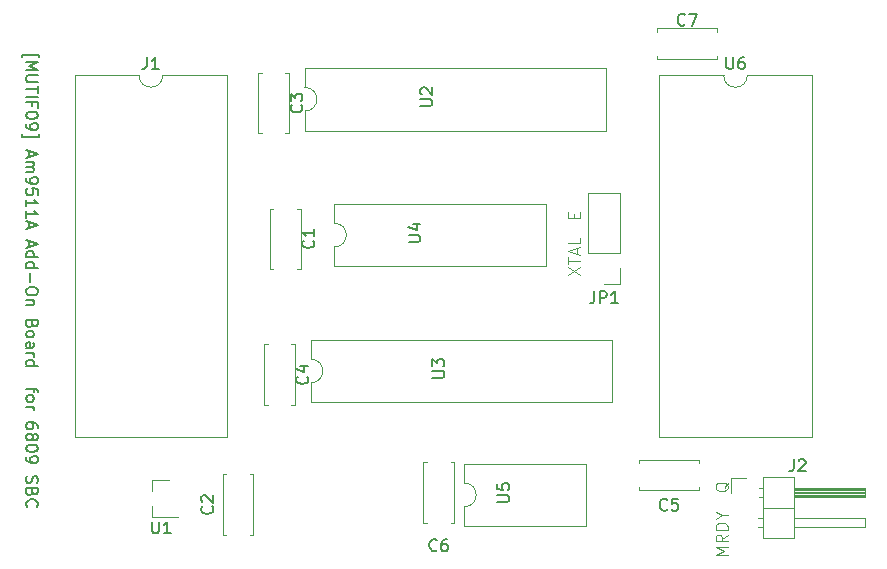
<source format=gto>
G04 #@! TF.FileFunction,Legend,Top*
%FSLAX46Y46*%
G04 Gerber Fmt 4.6, Leading zero omitted, Abs format (unit mm)*
G04 Created by KiCad (PCBNEW 4.0.7) date 09/03/18 17:01:03*
%MOMM*%
%LPD*%
G01*
G04 APERTURE LIST*
%ADD10C,0.100000*%
%ADD11C,0.150000*%
%ADD12C,0.120000*%
G04 APERTURE END LIST*
D10*
X110452381Y-76261905D02*
X109452381Y-76261905D01*
X110166667Y-75928571D01*
X109452381Y-75595238D01*
X110452381Y-75595238D01*
X110452381Y-74547619D02*
X109976190Y-74880953D01*
X110452381Y-75119048D02*
X109452381Y-75119048D01*
X109452381Y-74738095D01*
X109500000Y-74642857D01*
X109547619Y-74595238D01*
X109642857Y-74547619D01*
X109785714Y-74547619D01*
X109880952Y-74595238D01*
X109928571Y-74642857D01*
X109976190Y-74738095D01*
X109976190Y-75119048D01*
X110452381Y-74119048D02*
X109452381Y-74119048D01*
X109452381Y-73880953D01*
X109500000Y-73738095D01*
X109595238Y-73642857D01*
X109690476Y-73595238D01*
X109880952Y-73547619D01*
X110023810Y-73547619D01*
X110214286Y-73595238D01*
X110309524Y-73642857D01*
X110404762Y-73738095D01*
X110452381Y-73880953D01*
X110452381Y-74119048D01*
X109976190Y-72928572D02*
X110452381Y-72928572D01*
X109452381Y-73261905D02*
X109976190Y-72928572D01*
X109452381Y-72595238D01*
X110547619Y-70119047D02*
X110500000Y-70214285D01*
X110404762Y-70309523D01*
X110261905Y-70452380D01*
X110214286Y-70547619D01*
X110214286Y-70642857D01*
X110452381Y-70595238D02*
X110404762Y-70690476D01*
X110309524Y-70785714D01*
X110119048Y-70833333D01*
X109785714Y-70833333D01*
X109595238Y-70785714D01*
X109500000Y-70690476D01*
X109452381Y-70595238D01*
X109452381Y-70404761D01*
X109500000Y-70309523D01*
X109595238Y-70214285D01*
X109785714Y-70166666D01*
X110119048Y-70166666D01*
X110309524Y-70214285D01*
X110404762Y-70309523D01*
X110452381Y-70404761D01*
X110452381Y-70595238D01*
D11*
X50714286Y-34142856D02*
X50714286Y-33904760D01*
X52142857Y-33904760D01*
X52142857Y-34142856D01*
X51047619Y-34523808D02*
X52047619Y-34523808D01*
X51333333Y-34857142D01*
X52047619Y-35190475D01*
X51047619Y-35190475D01*
X52047619Y-35666665D02*
X51238095Y-35666665D01*
X51142857Y-35714284D01*
X51095238Y-35761903D01*
X51047619Y-35857141D01*
X51047619Y-36047618D01*
X51095238Y-36142856D01*
X51142857Y-36190475D01*
X51238095Y-36238094D01*
X52047619Y-36238094D01*
X52047619Y-36571427D02*
X52047619Y-37142856D01*
X51047619Y-36857141D02*
X52047619Y-36857141D01*
X51047619Y-37476189D02*
X52047619Y-37476189D01*
X51571429Y-38285713D02*
X51571429Y-37952379D01*
X51047619Y-37952379D02*
X52047619Y-37952379D01*
X52047619Y-38428570D01*
X52047619Y-38999998D02*
X52047619Y-39095237D01*
X52000000Y-39190475D01*
X51952381Y-39238094D01*
X51857143Y-39285713D01*
X51666667Y-39333332D01*
X51428571Y-39333332D01*
X51238095Y-39285713D01*
X51142857Y-39238094D01*
X51095238Y-39190475D01*
X51047619Y-39095237D01*
X51047619Y-38999998D01*
X51095238Y-38904760D01*
X51142857Y-38857141D01*
X51238095Y-38809522D01*
X51428571Y-38761903D01*
X51666667Y-38761903D01*
X51857143Y-38809522D01*
X51952381Y-38857141D01*
X52000000Y-38904760D01*
X52047619Y-38999998D01*
X51047619Y-39809522D02*
X51047619Y-39999998D01*
X51095238Y-40095237D01*
X51142857Y-40142856D01*
X51285714Y-40238094D01*
X51476190Y-40285713D01*
X51857143Y-40285713D01*
X51952381Y-40238094D01*
X52000000Y-40190475D01*
X52047619Y-40095237D01*
X52047619Y-39904760D01*
X52000000Y-39809522D01*
X51952381Y-39761903D01*
X51857143Y-39714284D01*
X51619048Y-39714284D01*
X51523810Y-39761903D01*
X51476190Y-39809522D01*
X51428571Y-39904760D01*
X51428571Y-40095237D01*
X51476190Y-40190475D01*
X51523810Y-40238094D01*
X51619048Y-40285713D01*
X50714286Y-40619046D02*
X50714286Y-40857141D01*
X52142857Y-40857141D01*
X52142857Y-40619046D01*
X51333333Y-42095237D02*
X51333333Y-42571428D01*
X51047619Y-41999999D02*
X52047619Y-42333332D01*
X51047619Y-42666666D01*
X51047619Y-42999999D02*
X51714286Y-42999999D01*
X51619048Y-42999999D02*
X51666667Y-43047618D01*
X51714286Y-43142856D01*
X51714286Y-43285714D01*
X51666667Y-43380952D01*
X51571429Y-43428571D01*
X51047619Y-43428571D01*
X51571429Y-43428571D02*
X51666667Y-43476190D01*
X51714286Y-43571428D01*
X51714286Y-43714285D01*
X51666667Y-43809523D01*
X51571429Y-43857142D01*
X51047619Y-43857142D01*
X51047619Y-44380951D02*
X51047619Y-44571427D01*
X51095238Y-44666666D01*
X51142857Y-44714285D01*
X51285714Y-44809523D01*
X51476190Y-44857142D01*
X51857143Y-44857142D01*
X51952381Y-44809523D01*
X52000000Y-44761904D01*
X52047619Y-44666666D01*
X52047619Y-44476189D01*
X52000000Y-44380951D01*
X51952381Y-44333332D01*
X51857143Y-44285713D01*
X51619048Y-44285713D01*
X51523810Y-44333332D01*
X51476190Y-44380951D01*
X51428571Y-44476189D01*
X51428571Y-44666666D01*
X51476190Y-44761904D01*
X51523810Y-44809523D01*
X51619048Y-44857142D01*
X52047619Y-45761904D02*
X52047619Y-45285713D01*
X51571429Y-45238094D01*
X51619048Y-45285713D01*
X51666667Y-45380951D01*
X51666667Y-45619047D01*
X51619048Y-45714285D01*
X51571429Y-45761904D01*
X51476190Y-45809523D01*
X51238095Y-45809523D01*
X51142857Y-45761904D01*
X51095238Y-45714285D01*
X51047619Y-45619047D01*
X51047619Y-45380951D01*
X51095238Y-45285713D01*
X51142857Y-45238094D01*
X51047619Y-46761904D02*
X51047619Y-46190475D01*
X51047619Y-46476189D02*
X52047619Y-46476189D01*
X51904762Y-46380951D01*
X51809524Y-46285713D01*
X51761905Y-46190475D01*
X51047619Y-47714285D02*
X51047619Y-47142856D01*
X51047619Y-47428570D02*
X52047619Y-47428570D01*
X51904762Y-47333332D01*
X51809524Y-47238094D01*
X51761905Y-47142856D01*
X51333333Y-48095237D02*
X51333333Y-48571428D01*
X51047619Y-47999999D02*
X52047619Y-48333332D01*
X51047619Y-48666666D01*
X51333333Y-49714285D02*
X51333333Y-50190476D01*
X51047619Y-49619047D02*
X52047619Y-49952380D01*
X51047619Y-50285714D01*
X51047619Y-51047619D02*
X52047619Y-51047619D01*
X51095238Y-51047619D02*
X51047619Y-50952381D01*
X51047619Y-50761904D01*
X51095238Y-50666666D01*
X51142857Y-50619047D01*
X51238095Y-50571428D01*
X51523810Y-50571428D01*
X51619048Y-50619047D01*
X51666667Y-50666666D01*
X51714286Y-50761904D01*
X51714286Y-50952381D01*
X51666667Y-51047619D01*
X51047619Y-51952381D02*
X52047619Y-51952381D01*
X51095238Y-51952381D02*
X51047619Y-51857143D01*
X51047619Y-51666666D01*
X51095238Y-51571428D01*
X51142857Y-51523809D01*
X51238095Y-51476190D01*
X51523810Y-51476190D01*
X51619048Y-51523809D01*
X51666667Y-51571428D01*
X51714286Y-51666666D01*
X51714286Y-51857143D01*
X51666667Y-51952381D01*
X51428571Y-52428571D02*
X51428571Y-53190476D01*
X52047619Y-53857142D02*
X52047619Y-54047619D01*
X52000000Y-54142857D01*
X51904762Y-54238095D01*
X51714286Y-54285714D01*
X51380952Y-54285714D01*
X51190476Y-54238095D01*
X51095238Y-54142857D01*
X51047619Y-54047619D01*
X51047619Y-53857142D01*
X51095238Y-53761904D01*
X51190476Y-53666666D01*
X51380952Y-53619047D01*
X51714286Y-53619047D01*
X51904762Y-53666666D01*
X52000000Y-53761904D01*
X52047619Y-53857142D01*
X51714286Y-54714285D02*
X51047619Y-54714285D01*
X51619048Y-54714285D02*
X51666667Y-54761904D01*
X51714286Y-54857142D01*
X51714286Y-55000000D01*
X51666667Y-55095238D01*
X51571429Y-55142857D01*
X51047619Y-55142857D01*
X51571429Y-56714286D02*
X51523810Y-56857143D01*
X51476190Y-56904762D01*
X51380952Y-56952381D01*
X51238095Y-56952381D01*
X51142857Y-56904762D01*
X51095238Y-56857143D01*
X51047619Y-56761905D01*
X51047619Y-56380952D01*
X52047619Y-56380952D01*
X52047619Y-56714286D01*
X52000000Y-56809524D01*
X51952381Y-56857143D01*
X51857143Y-56904762D01*
X51761905Y-56904762D01*
X51666667Y-56857143D01*
X51619048Y-56809524D01*
X51571429Y-56714286D01*
X51571429Y-56380952D01*
X51047619Y-57523809D02*
X51095238Y-57428571D01*
X51142857Y-57380952D01*
X51238095Y-57333333D01*
X51523810Y-57333333D01*
X51619048Y-57380952D01*
X51666667Y-57428571D01*
X51714286Y-57523809D01*
X51714286Y-57666667D01*
X51666667Y-57761905D01*
X51619048Y-57809524D01*
X51523810Y-57857143D01*
X51238095Y-57857143D01*
X51142857Y-57809524D01*
X51095238Y-57761905D01*
X51047619Y-57666667D01*
X51047619Y-57523809D01*
X51047619Y-58714286D02*
X51571429Y-58714286D01*
X51666667Y-58666667D01*
X51714286Y-58571429D01*
X51714286Y-58380952D01*
X51666667Y-58285714D01*
X51095238Y-58714286D02*
X51047619Y-58619048D01*
X51047619Y-58380952D01*
X51095238Y-58285714D01*
X51190476Y-58238095D01*
X51285714Y-58238095D01*
X51380952Y-58285714D01*
X51428571Y-58380952D01*
X51428571Y-58619048D01*
X51476190Y-58714286D01*
X51047619Y-59190476D02*
X51714286Y-59190476D01*
X51523810Y-59190476D02*
X51619048Y-59238095D01*
X51666667Y-59285714D01*
X51714286Y-59380952D01*
X51714286Y-59476191D01*
X51047619Y-60238096D02*
X52047619Y-60238096D01*
X51095238Y-60238096D02*
X51047619Y-60142858D01*
X51047619Y-59952381D01*
X51095238Y-59857143D01*
X51142857Y-59809524D01*
X51238095Y-59761905D01*
X51523810Y-59761905D01*
X51619048Y-59809524D01*
X51666667Y-59857143D01*
X51714286Y-59952381D01*
X51714286Y-60142858D01*
X51666667Y-60238096D01*
X51714286Y-62095239D02*
X51714286Y-62476191D01*
X51047619Y-62238096D02*
X51904762Y-62238096D01*
X52000000Y-62285715D01*
X52047619Y-62380953D01*
X52047619Y-62476191D01*
X51047619Y-62952382D02*
X51095238Y-62857144D01*
X51142857Y-62809525D01*
X51238095Y-62761906D01*
X51523810Y-62761906D01*
X51619048Y-62809525D01*
X51666667Y-62857144D01*
X51714286Y-62952382D01*
X51714286Y-63095240D01*
X51666667Y-63190478D01*
X51619048Y-63238097D01*
X51523810Y-63285716D01*
X51238095Y-63285716D01*
X51142857Y-63238097D01*
X51095238Y-63190478D01*
X51047619Y-63095240D01*
X51047619Y-62952382D01*
X51047619Y-63714287D02*
X51714286Y-63714287D01*
X51523810Y-63714287D02*
X51619048Y-63761906D01*
X51666667Y-63809525D01*
X51714286Y-63904763D01*
X51714286Y-64000002D01*
X52047619Y-65523812D02*
X52047619Y-65333335D01*
X52000000Y-65238097D01*
X51952381Y-65190478D01*
X51809524Y-65095240D01*
X51619048Y-65047621D01*
X51238095Y-65047621D01*
X51142857Y-65095240D01*
X51095238Y-65142859D01*
X51047619Y-65238097D01*
X51047619Y-65428574D01*
X51095238Y-65523812D01*
X51142857Y-65571431D01*
X51238095Y-65619050D01*
X51476190Y-65619050D01*
X51571429Y-65571431D01*
X51619048Y-65523812D01*
X51666667Y-65428574D01*
X51666667Y-65238097D01*
X51619048Y-65142859D01*
X51571429Y-65095240D01*
X51476190Y-65047621D01*
X51619048Y-66190478D02*
X51666667Y-66095240D01*
X51714286Y-66047621D01*
X51809524Y-66000002D01*
X51857143Y-66000002D01*
X51952381Y-66047621D01*
X52000000Y-66095240D01*
X52047619Y-66190478D01*
X52047619Y-66380955D01*
X52000000Y-66476193D01*
X51952381Y-66523812D01*
X51857143Y-66571431D01*
X51809524Y-66571431D01*
X51714286Y-66523812D01*
X51666667Y-66476193D01*
X51619048Y-66380955D01*
X51619048Y-66190478D01*
X51571429Y-66095240D01*
X51523810Y-66047621D01*
X51428571Y-66000002D01*
X51238095Y-66000002D01*
X51142857Y-66047621D01*
X51095238Y-66095240D01*
X51047619Y-66190478D01*
X51047619Y-66380955D01*
X51095238Y-66476193D01*
X51142857Y-66523812D01*
X51238095Y-66571431D01*
X51428571Y-66571431D01*
X51523810Y-66523812D01*
X51571429Y-66476193D01*
X51619048Y-66380955D01*
X52047619Y-67190478D02*
X52047619Y-67285717D01*
X52000000Y-67380955D01*
X51952381Y-67428574D01*
X51857143Y-67476193D01*
X51666667Y-67523812D01*
X51428571Y-67523812D01*
X51238095Y-67476193D01*
X51142857Y-67428574D01*
X51095238Y-67380955D01*
X51047619Y-67285717D01*
X51047619Y-67190478D01*
X51095238Y-67095240D01*
X51142857Y-67047621D01*
X51238095Y-67000002D01*
X51428571Y-66952383D01*
X51666667Y-66952383D01*
X51857143Y-67000002D01*
X51952381Y-67047621D01*
X52000000Y-67095240D01*
X52047619Y-67190478D01*
X51047619Y-68000002D02*
X51047619Y-68190478D01*
X51095238Y-68285717D01*
X51142857Y-68333336D01*
X51285714Y-68428574D01*
X51476190Y-68476193D01*
X51857143Y-68476193D01*
X51952381Y-68428574D01*
X52000000Y-68380955D01*
X52047619Y-68285717D01*
X52047619Y-68095240D01*
X52000000Y-68000002D01*
X51952381Y-67952383D01*
X51857143Y-67904764D01*
X51619048Y-67904764D01*
X51523810Y-67952383D01*
X51476190Y-68000002D01*
X51428571Y-68095240D01*
X51428571Y-68285717D01*
X51476190Y-68380955D01*
X51523810Y-68428574D01*
X51619048Y-68476193D01*
X51095238Y-69619050D02*
X51047619Y-69761907D01*
X51047619Y-70000003D01*
X51095238Y-70095241D01*
X51142857Y-70142860D01*
X51238095Y-70190479D01*
X51333333Y-70190479D01*
X51428571Y-70142860D01*
X51476190Y-70095241D01*
X51523810Y-70000003D01*
X51571429Y-69809526D01*
X51619048Y-69714288D01*
X51666667Y-69666669D01*
X51761905Y-69619050D01*
X51857143Y-69619050D01*
X51952381Y-69666669D01*
X52000000Y-69714288D01*
X52047619Y-69809526D01*
X52047619Y-70047622D01*
X52000000Y-70190479D01*
X51571429Y-70952384D02*
X51523810Y-71095241D01*
X51476190Y-71142860D01*
X51380952Y-71190479D01*
X51238095Y-71190479D01*
X51142857Y-71142860D01*
X51095238Y-71095241D01*
X51047619Y-71000003D01*
X51047619Y-70619050D01*
X52047619Y-70619050D01*
X52047619Y-70952384D01*
X52000000Y-71047622D01*
X51952381Y-71095241D01*
X51857143Y-71142860D01*
X51761905Y-71142860D01*
X51666667Y-71095241D01*
X51619048Y-71047622D01*
X51571429Y-70952384D01*
X51571429Y-70619050D01*
X51142857Y-72190479D02*
X51095238Y-72142860D01*
X51047619Y-72000003D01*
X51047619Y-71904765D01*
X51095238Y-71761907D01*
X51190476Y-71666669D01*
X51285714Y-71619050D01*
X51476190Y-71571431D01*
X51619048Y-71571431D01*
X51809524Y-71619050D01*
X51904762Y-71666669D01*
X52000000Y-71761907D01*
X52047619Y-71904765D01*
X52047619Y-72000003D01*
X52000000Y-72142860D01*
X51952381Y-72190479D01*
D10*
X97428571Y-47714286D02*
X97428571Y-47380952D01*
X97952381Y-47238095D02*
X97952381Y-47714286D01*
X96952381Y-47714286D01*
X96952381Y-47238095D01*
X96952381Y-52547619D02*
X97952381Y-51880952D01*
X96952381Y-51880952D02*
X97952381Y-52547619D01*
X96952381Y-51642857D02*
X96952381Y-51071428D01*
X97952381Y-51357143D02*
X96952381Y-51357143D01*
X97666667Y-50785714D02*
X97666667Y-50309523D01*
X97952381Y-50880952D02*
X96952381Y-50547619D01*
X97952381Y-50214285D01*
X97952381Y-49404761D02*
X97952381Y-49880952D01*
X96952381Y-49880952D01*
D12*
X74310000Y-46940000D02*
X74310000Y-52060000D01*
X71690000Y-46940000D02*
X71690000Y-52060000D01*
X74310000Y-46940000D02*
X73996000Y-46940000D01*
X72004000Y-46940000D02*
X71690000Y-46940000D01*
X74310000Y-52060000D02*
X73996000Y-52060000D01*
X72004000Y-52060000D02*
X71690000Y-52060000D01*
X67690000Y-74560000D02*
X67690000Y-69440000D01*
X70310000Y-74560000D02*
X70310000Y-69440000D01*
X67690000Y-74560000D02*
X68004000Y-74560000D01*
X69996000Y-74560000D02*
X70310000Y-74560000D01*
X67690000Y-69440000D02*
X68004000Y-69440000D01*
X69996000Y-69440000D02*
X70310000Y-69440000D01*
X73310000Y-35440000D02*
X73310000Y-40560000D01*
X70690000Y-35440000D02*
X70690000Y-40560000D01*
X73310000Y-35440000D02*
X72996000Y-35440000D01*
X71004000Y-35440000D02*
X70690000Y-35440000D01*
X73310000Y-40560000D02*
X72996000Y-40560000D01*
X71004000Y-40560000D02*
X70690000Y-40560000D01*
X73810000Y-58440000D02*
X73810000Y-63560000D01*
X71190000Y-58440000D02*
X71190000Y-63560000D01*
X73810000Y-58440000D02*
X73496000Y-58440000D01*
X71504000Y-58440000D02*
X71190000Y-58440000D01*
X73810000Y-63560000D02*
X73496000Y-63560000D01*
X71504000Y-63560000D02*
X71190000Y-63560000D01*
X108060000Y-70810000D02*
X102940000Y-70810000D01*
X108060000Y-68190000D02*
X102940000Y-68190000D01*
X108060000Y-70810000D02*
X108060000Y-70496000D01*
X108060000Y-68504000D02*
X108060000Y-68190000D01*
X102940000Y-70810000D02*
X102940000Y-70496000D01*
X102940000Y-68504000D02*
X102940000Y-68190000D01*
X87310000Y-68440000D02*
X87310000Y-73560000D01*
X84690000Y-68440000D02*
X84690000Y-73560000D01*
X87310000Y-68440000D02*
X86996000Y-68440000D01*
X85004000Y-68440000D02*
X84690000Y-68440000D01*
X87310000Y-73560000D02*
X86996000Y-73560000D01*
X85004000Y-73560000D02*
X84690000Y-73560000D01*
X104440000Y-31690000D02*
X109560000Y-31690000D01*
X104440000Y-34310000D02*
X109560000Y-34310000D01*
X104440000Y-31690000D02*
X104440000Y-32004000D01*
X104440000Y-33996000D02*
X104440000Y-34310000D01*
X109560000Y-31690000D02*
X109560000Y-32004000D01*
X109560000Y-33996000D02*
X109560000Y-34310000D01*
X62620000Y-35670000D02*
G75*
G02X60620000Y-35670000I-1000000J0D01*
G01*
X60620000Y-35670000D02*
X55160000Y-35670000D01*
X55160000Y-35670000D02*
X55160000Y-66270000D01*
X55160000Y-66270000D02*
X68080000Y-66270000D01*
X68080000Y-66270000D02*
X68080000Y-35670000D01*
X68080000Y-35670000D02*
X62620000Y-35670000D01*
X113440000Y-69670000D02*
X113440000Y-74870000D01*
X113440000Y-74870000D02*
X116100000Y-74870000D01*
X116100000Y-74870000D02*
X116100000Y-69670000D01*
X116100000Y-69670000D02*
X113440000Y-69670000D01*
X116100000Y-70620000D02*
X122100000Y-70620000D01*
X122100000Y-70620000D02*
X122100000Y-71380000D01*
X122100000Y-71380000D02*
X116100000Y-71380000D01*
X116100000Y-70680000D02*
X122100000Y-70680000D01*
X116100000Y-70800000D02*
X122100000Y-70800000D01*
X116100000Y-70920000D02*
X122100000Y-70920000D01*
X116100000Y-71040000D02*
X122100000Y-71040000D01*
X116100000Y-71160000D02*
X122100000Y-71160000D01*
X116100000Y-71280000D02*
X122100000Y-71280000D01*
X113110000Y-70620000D02*
X113440000Y-70620000D01*
X113110000Y-71380000D02*
X113440000Y-71380000D01*
X113440000Y-72270000D02*
X116100000Y-72270000D01*
X116100000Y-73160000D02*
X122100000Y-73160000D01*
X122100000Y-73160000D02*
X122100000Y-73920000D01*
X122100000Y-73920000D02*
X116100000Y-73920000D01*
X113042929Y-73160000D02*
X113440000Y-73160000D01*
X113042929Y-73920000D02*
X113440000Y-73920000D01*
X110730000Y-71000000D02*
X110730000Y-69730000D01*
X110730000Y-69730000D02*
X112000000Y-69730000D01*
X101330000Y-45590000D02*
X98670000Y-45590000D01*
X101330000Y-50730000D02*
X101330000Y-45590000D01*
X98670000Y-50730000D02*
X98670000Y-45590000D01*
X101330000Y-50730000D02*
X98670000Y-50730000D01*
X101330000Y-52000000D02*
X101330000Y-53330000D01*
X101330000Y-53330000D02*
X100000000Y-53330000D01*
X61740000Y-69920000D02*
X61740000Y-70850000D01*
X61740000Y-73080000D02*
X61740000Y-72150000D01*
X61740000Y-73080000D02*
X63900000Y-73080000D01*
X61740000Y-69920000D02*
X63200000Y-69920000D01*
X74670000Y-36690000D02*
G75*
G02X74670000Y-38690000I0J-1000000D01*
G01*
X74670000Y-38690000D02*
X74670000Y-40340000D01*
X74670000Y-40340000D02*
X100190000Y-40340000D01*
X100190000Y-40340000D02*
X100190000Y-35040000D01*
X100190000Y-35040000D02*
X74670000Y-35040000D01*
X74670000Y-35040000D02*
X74670000Y-36690000D01*
X75170000Y-59690000D02*
G75*
G02X75170000Y-61690000I0J-1000000D01*
G01*
X75170000Y-61690000D02*
X75170000Y-63340000D01*
X75170000Y-63340000D02*
X100690000Y-63340000D01*
X100690000Y-63340000D02*
X100690000Y-58040000D01*
X100690000Y-58040000D02*
X75170000Y-58040000D01*
X75170000Y-58040000D02*
X75170000Y-59690000D01*
X77170000Y-48190000D02*
G75*
G02X77170000Y-50190000I0J-1000000D01*
G01*
X77170000Y-50190000D02*
X77170000Y-51840000D01*
X77170000Y-51840000D02*
X95070000Y-51840000D01*
X95070000Y-51840000D02*
X95070000Y-46540000D01*
X95070000Y-46540000D02*
X77170000Y-46540000D01*
X77170000Y-46540000D02*
X77170000Y-48190000D01*
X88170000Y-70190000D02*
G75*
G02X88170000Y-72190000I0J-1000000D01*
G01*
X88170000Y-72190000D02*
X88170000Y-73840000D01*
X88170000Y-73840000D02*
X98450000Y-73840000D01*
X98450000Y-73840000D02*
X98450000Y-68540000D01*
X98450000Y-68540000D02*
X88170000Y-68540000D01*
X88170000Y-68540000D02*
X88170000Y-70190000D01*
X112120000Y-35670000D02*
G75*
G02X110120000Y-35670000I-1000000J0D01*
G01*
X110120000Y-35670000D02*
X104660000Y-35670000D01*
X104660000Y-35670000D02*
X104660000Y-66270000D01*
X104660000Y-66270000D02*
X117580000Y-66270000D01*
X117580000Y-66270000D02*
X117580000Y-35670000D01*
X117580000Y-35670000D02*
X112120000Y-35670000D01*
D11*
X75357143Y-49666666D02*
X75404762Y-49714285D01*
X75452381Y-49857142D01*
X75452381Y-49952380D01*
X75404762Y-50095238D01*
X75309524Y-50190476D01*
X75214286Y-50238095D01*
X75023810Y-50285714D01*
X74880952Y-50285714D01*
X74690476Y-50238095D01*
X74595238Y-50190476D01*
X74500000Y-50095238D01*
X74452381Y-49952380D01*
X74452381Y-49857142D01*
X74500000Y-49714285D01*
X74547619Y-49666666D01*
X75452381Y-48714285D02*
X75452381Y-49285714D01*
X75452381Y-49000000D02*
X74452381Y-49000000D01*
X74595238Y-49095238D01*
X74690476Y-49190476D01*
X74738095Y-49285714D01*
X66797143Y-72166666D02*
X66844762Y-72214285D01*
X66892381Y-72357142D01*
X66892381Y-72452380D01*
X66844762Y-72595238D01*
X66749524Y-72690476D01*
X66654286Y-72738095D01*
X66463810Y-72785714D01*
X66320952Y-72785714D01*
X66130476Y-72738095D01*
X66035238Y-72690476D01*
X65940000Y-72595238D01*
X65892381Y-72452380D01*
X65892381Y-72357142D01*
X65940000Y-72214285D01*
X65987619Y-72166666D01*
X65987619Y-71785714D02*
X65940000Y-71738095D01*
X65892381Y-71642857D01*
X65892381Y-71404761D01*
X65940000Y-71309523D01*
X65987619Y-71261904D01*
X66082857Y-71214285D01*
X66178095Y-71214285D01*
X66320952Y-71261904D01*
X66892381Y-71833333D01*
X66892381Y-71214285D01*
X74357143Y-38166666D02*
X74404762Y-38214285D01*
X74452381Y-38357142D01*
X74452381Y-38452380D01*
X74404762Y-38595238D01*
X74309524Y-38690476D01*
X74214286Y-38738095D01*
X74023810Y-38785714D01*
X73880952Y-38785714D01*
X73690476Y-38738095D01*
X73595238Y-38690476D01*
X73500000Y-38595238D01*
X73452381Y-38452380D01*
X73452381Y-38357142D01*
X73500000Y-38214285D01*
X73547619Y-38166666D01*
X73452381Y-37833333D02*
X73452381Y-37214285D01*
X73833333Y-37547619D01*
X73833333Y-37404761D01*
X73880952Y-37309523D01*
X73928571Y-37261904D01*
X74023810Y-37214285D01*
X74261905Y-37214285D01*
X74357143Y-37261904D01*
X74404762Y-37309523D01*
X74452381Y-37404761D01*
X74452381Y-37690476D01*
X74404762Y-37785714D01*
X74357143Y-37833333D01*
X74857143Y-61166666D02*
X74904762Y-61214285D01*
X74952381Y-61357142D01*
X74952381Y-61452380D01*
X74904762Y-61595238D01*
X74809524Y-61690476D01*
X74714286Y-61738095D01*
X74523810Y-61785714D01*
X74380952Y-61785714D01*
X74190476Y-61738095D01*
X74095238Y-61690476D01*
X74000000Y-61595238D01*
X73952381Y-61452380D01*
X73952381Y-61357142D01*
X74000000Y-61214285D01*
X74047619Y-61166666D01*
X74285714Y-60309523D02*
X74952381Y-60309523D01*
X73904762Y-60547619D02*
X74619048Y-60785714D01*
X74619048Y-60166666D01*
X105333334Y-72417143D02*
X105285715Y-72464762D01*
X105142858Y-72512381D01*
X105047620Y-72512381D01*
X104904762Y-72464762D01*
X104809524Y-72369524D01*
X104761905Y-72274286D01*
X104714286Y-72083810D01*
X104714286Y-71940952D01*
X104761905Y-71750476D01*
X104809524Y-71655238D01*
X104904762Y-71560000D01*
X105047620Y-71512381D01*
X105142858Y-71512381D01*
X105285715Y-71560000D01*
X105333334Y-71607619D01*
X106238096Y-71512381D02*
X105761905Y-71512381D01*
X105714286Y-71988571D01*
X105761905Y-71940952D01*
X105857143Y-71893333D01*
X106095239Y-71893333D01*
X106190477Y-71940952D01*
X106238096Y-71988571D01*
X106285715Y-72083810D01*
X106285715Y-72321905D01*
X106238096Y-72417143D01*
X106190477Y-72464762D01*
X106095239Y-72512381D01*
X105857143Y-72512381D01*
X105761905Y-72464762D01*
X105714286Y-72417143D01*
X85833334Y-75857143D02*
X85785715Y-75904762D01*
X85642858Y-75952381D01*
X85547620Y-75952381D01*
X85404762Y-75904762D01*
X85309524Y-75809524D01*
X85261905Y-75714286D01*
X85214286Y-75523810D01*
X85214286Y-75380952D01*
X85261905Y-75190476D01*
X85309524Y-75095238D01*
X85404762Y-75000000D01*
X85547620Y-74952381D01*
X85642858Y-74952381D01*
X85785715Y-75000000D01*
X85833334Y-75047619D01*
X86690477Y-74952381D02*
X86500000Y-74952381D01*
X86404762Y-75000000D01*
X86357143Y-75047619D01*
X86261905Y-75190476D01*
X86214286Y-75380952D01*
X86214286Y-75761905D01*
X86261905Y-75857143D01*
X86309524Y-75904762D01*
X86404762Y-75952381D01*
X86595239Y-75952381D01*
X86690477Y-75904762D01*
X86738096Y-75857143D01*
X86785715Y-75761905D01*
X86785715Y-75523810D01*
X86738096Y-75428571D01*
X86690477Y-75380952D01*
X86595239Y-75333333D01*
X86404762Y-75333333D01*
X86309524Y-75380952D01*
X86261905Y-75428571D01*
X86214286Y-75523810D01*
X106833334Y-31357143D02*
X106785715Y-31404762D01*
X106642858Y-31452381D01*
X106547620Y-31452381D01*
X106404762Y-31404762D01*
X106309524Y-31309524D01*
X106261905Y-31214286D01*
X106214286Y-31023810D01*
X106214286Y-30880952D01*
X106261905Y-30690476D01*
X106309524Y-30595238D01*
X106404762Y-30500000D01*
X106547620Y-30452381D01*
X106642858Y-30452381D01*
X106785715Y-30500000D01*
X106833334Y-30547619D01*
X107166667Y-30452381D02*
X107833334Y-30452381D01*
X107404762Y-31452381D01*
X61286667Y-34122381D02*
X61286667Y-34836667D01*
X61239047Y-34979524D01*
X61143809Y-35074762D01*
X61000952Y-35122381D01*
X60905714Y-35122381D01*
X62286667Y-35122381D02*
X61715238Y-35122381D01*
X62000952Y-35122381D02*
X62000952Y-34122381D01*
X61905714Y-34265238D01*
X61810476Y-34360476D01*
X61715238Y-34408095D01*
X116051667Y-68182381D02*
X116051667Y-68896667D01*
X116004047Y-69039524D01*
X115908809Y-69134762D01*
X115765952Y-69182381D01*
X115670714Y-69182381D01*
X116480238Y-68277619D02*
X116527857Y-68230000D01*
X116623095Y-68182381D01*
X116861191Y-68182381D01*
X116956429Y-68230000D01*
X117004048Y-68277619D01*
X117051667Y-68372857D01*
X117051667Y-68468095D01*
X117004048Y-68610952D01*
X116432619Y-69182381D01*
X117051667Y-69182381D01*
X99166667Y-53952381D02*
X99166667Y-54666667D01*
X99119047Y-54809524D01*
X99023809Y-54904762D01*
X98880952Y-54952381D01*
X98785714Y-54952381D01*
X99642857Y-54952381D02*
X99642857Y-53952381D01*
X100023810Y-53952381D01*
X100119048Y-54000000D01*
X100166667Y-54047619D01*
X100214286Y-54142857D01*
X100214286Y-54285714D01*
X100166667Y-54380952D01*
X100119048Y-54428571D01*
X100023810Y-54476190D01*
X99642857Y-54476190D01*
X101166667Y-54952381D02*
X100595238Y-54952381D01*
X100880952Y-54952381D02*
X100880952Y-53952381D01*
X100785714Y-54095238D01*
X100690476Y-54190476D01*
X100595238Y-54238095D01*
X61738095Y-73452381D02*
X61738095Y-74261905D01*
X61785714Y-74357143D01*
X61833333Y-74404762D01*
X61928571Y-74452381D01*
X62119048Y-74452381D01*
X62214286Y-74404762D01*
X62261905Y-74357143D01*
X62309524Y-74261905D01*
X62309524Y-73452381D01*
X63309524Y-74452381D02*
X62738095Y-74452381D01*
X63023809Y-74452381D02*
X63023809Y-73452381D01*
X62928571Y-73595238D01*
X62833333Y-73690476D01*
X62738095Y-73738095D01*
X84452381Y-38261905D02*
X85261905Y-38261905D01*
X85357143Y-38214286D01*
X85404762Y-38166667D01*
X85452381Y-38071429D01*
X85452381Y-37880952D01*
X85404762Y-37785714D01*
X85357143Y-37738095D01*
X85261905Y-37690476D01*
X84452381Y-37690476D01*
X84547619Y-37261905D02*
X84500000Y-37214286D01*
X84452381Y-37119048D01*
X84452381Y-36880952D01*
X84500000Y-36785714D01*
X84547619Y-36738095D01*
X84642857Y-36690476D01*
X84738095Y-36690476D01*
X84880952Y-36738095D01*
X85452381Y-37309524D01*
X85452381Y-36690476D01*
X85452381Y-61261905D02*
X86261905Y-61261905D01*
X86357143Y-61214286D01*
X86404762Y-61166667D01*
X86452381Y-61071429D01*
X86452381Y-60880952D01*
X86404762Y-60785714D01*
X86357143Y-60738095D01*
X86261905Y-60690476D01*
X85452381Y-60690476D01*
X85452381Y-60309524D02*
X85452381Y-59690476D01*
X85833333Y-60023810D01*
X85833333Y-59880952D01*
X85880952Y-59785714D01*
X85928571Y-59738095D01*
X86023810Y-59690476D01*
X86261905Y-59690476D01*
X86357143Y-59738095D01*
X86404762Y-59785714D01*
X86452381Y-59880952D01*
X86452381Y-60166667D01*
X86404762Y-60261905D01*
X86357143Y-60309524D01*
X83452381Y-49761905D02*
X84261905Y-49761905D01*
X84357143Y-49714286D01*
X84404762Y-49666667D01*
X84452381Y-49571429D01*
X84452381Y-49380952D01*
X84404762Y-49285714D01*
X84357143Y-49238095D01*
X84261905Y-49190476D01*
X83452381Y-49190476D01*
X83785714Y-48285714D02*
X84452381Y-48285714D01*
X83404762Y-48523810D02*
X84119048Y-48761905D01*
X84119048Y-48142857D01*
X90952381Y-71761905D02*
X91761905Y-71761905D01*
X91857143Y-71714286D01*
X91904762Y-71666667D01*
X91952381Y-71571429D01*
X91952381Y-71380952D01*
X91904762Y-71285714D01*
X91857143Y-71238095D01*
X91761905Y-71190476D01*
X90952381Y-71190476D01*
X90952381Y-70238095D02*
X90952381Y-70714286D01*
X91428571Y-70761905D01*
X91380952Y-70714286D01*
X91333333Y-70619048D01*
X91333333Y-70380952D01*
X91380952Y-70285714D01*
X91428571Y-70238095D01*
X91523810Y-70190476D01*
X91761905Y-70190476D01*
X91857143Y-70238095D01*
X91904762Y-70285714D01*
X91952381Y-70380952D01*
X91952381Y-70619048D01*
X91904762Y-70714286D01*
X91857143Y-70761905D01*
X110358095Y-34122381D02*
X110358095Y-34931905D01*
X110405714Y-35027143D01*
X110453333Y-35074762D01*
X110548571Y-35122381D01*
X110739048Y-35122381D01*
X110834286Y-35074762D01*
X110881905Y-35027143D01*
X110929524Y-34931905D01*
X110929524Y-34122381D01*
X111834286Y-34122381D02*
X111643809Y-34122381D01*
X111548571Y-34170000D01*
X111500952Y-34217619D01*
X111405714Y-34360476D01*
X111358095Y-34550952D01*
X111358095Y-34931905D01*
X111405714Y-35027143D01*
X111453333Y-35074762D01*
X111548571Y-35122381D01*
X111739048Y-35122381D01*
X111834286Y-35074762D01*
X111881905Y-35027143D01*
X111929524Y-34931905D01*
X111929524Y-34693810D01*
X111881905Y-34598571D01*
X111834286Y-34550952D01*
X111739048Y-34503333D01*
X111548571Y-34503333D01*
X111453333Y-34550952D01*
X111405714Y-34598571D01*
X111358095Y-34693810D01*
M02*

</source>
